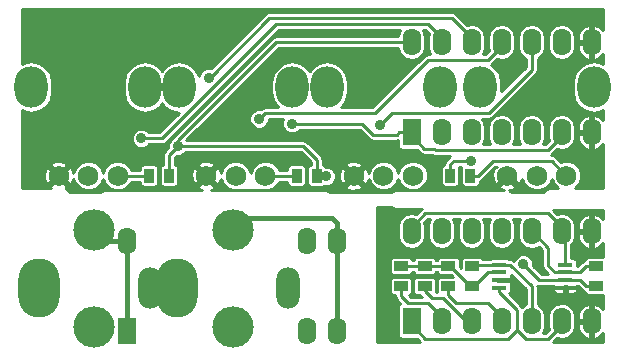
<source format=gtl>
%FSLAX46Y46*%
G04 Gerber Fmt 4.6, Leading zero omitted, Abs format (unit mm)*
G04 Created by KiCad (PCBNEW (2014-09-02 BZR 5112)-product) date 2015-04-11 10:31:41 PM*
%MOMM*%
G01*
G04 APERTURE LIST*
%ADD10C,0.100000*%
%ADD11R,1.574800X2.286000*%
%ADD12O,1.574800X2.286000*%
%ADD13R,0.812800X1.143000*%
%ADD14R,1.143000X0.812800*%
%ADD15O,2.800000X3.500000*%
%ADD16C,1.750000*%
%ADD17R,1.300480X0.299720*%
%ADD18O,3.500000X5.000000*%
%ADD19O,2.000000X3.500000*%
%ADD20O,3.500000X3.500000*%
%ADD21C,0.889000*%
%ADD22C,0.254000*%
%ADD23C,0.406400*%
G04 APERTURE END LIST*
D10*
D11*
X100330000Y-59690000D03*
D12*
X100330000Y-52070000D03*
X115570000Y-59690000D03*
X118110000Y-59690000D03*
X118110000Y-52070000D03*
X115570000Y-52070000D03*
D11*
X124380000Y-42810000D03*
D12*
X126920000Y-42810000D03*
X129460000Y-42810000D03*
X132000000Y-42810000D03*
X134540000Y-42810000D03*
X137080000Y-42810000D03*
X139620000Y-42810000D03*
X139620000Y-35190000D03*
X137080000Y-35190000D03*
X134540000Y-35190000D03*
X132000000Y-35190000D03*
X129460000Y-35190000D03*
X126920000Y-35190000D03*
X124380000Y-35190000D03*
D11*
X124380000Y-58810000D03*
D12*
X126920000Y-58810000D03*
X129460000Y-58810000D03*
X132000000Y-58810000D03*
X134540000Y-58810000D03*
X137080000Y-58810000D03*
X139620000Y-58810000D03*
X139620000Y-51190000D03*
X137080000Y-51190000D03*
X134540000Y-51190000D03*
X132000000Y-51190000D03*
X129460000Y-51190000D03*
X126920000Y-51190000D03*
X124380000Y-51190000D03*
D13*
X103850900Y-46500000D03*
X102149100Y-46500000D03*
X116350900Y-46500000D03*
X114649100Y-46500000D03*
X127649100Y-46500000D03*
X129350900Y-46500000D03*
D14*
X123500000Y-54149100D03*
X123500000Y-55850900D03*
X125500000Y-54149100D03*
X125500000Y-55850900D03*
X127500000Y-54149100D03*
X127500000Y-55850900D03*
X129500000Y-54149100D03*
X129500000Y-55850900D03*
X140000000Y-54149100D03*
X140000000Y-55850900D03*
D15*
X101800000Y-39000000D03*
X92200000Y-39000000D03*
D16*
X99500000Y-46500000D03*
X97000000Y-46500000D03*
X94500000Y-46500000D03*
D15*
X114300000Y-39000000D03*
X104700000Y-39000000D03*
D16*
X112000000Y-46500000D03*
X109500000Y-46500000D03*
X107000000Y-46500000D03*
D15*
X126800000Y-39000000D03*
X117200000Y-39000000D03*
D16*
X124500000Y-46500000D03*
X122000000Y-46500000D03*
X119500000Y-46500000D03*
D15*
X139800000Y-39000000D03*
X130200000Y-39000000D03*
D16*
X137500000Y-46500000D03*
X135000000Y-46500000D03*
X132500000Y-46500000D03*
D17*
X131806000Y-54044600D03*
X131806000Y-54679600D03*
X131806000Y-55340000D03*
X131806000Y-55975000D03*
X137394000Y-55975000D03*
X137394000Y-55327300D03*
X137394000Y-54679600D03*
X137394000Y-54031900D03*
D18*
X92800000Y-56000000D03*
D19*
X102200000Y-56000000D03*
D20*
X97500000Y-51100000D03*
X97500000Y-59300000D03*
D18*
X104550000Y-56000000D03*
D19*
X113950000Y-56000000D03*
D20*
X109250000Y-51100000D03*
X109250000Y-59300000D03*
D21*
X104600000Y-44000000D03*
X129400000Y-45229998D03*
X117158276Y-46563173D03*
X135150000Y-53000000D03*
X110246814Y-42874480D03*
X133300000Y-55950000D03*
X114562544Y-45229988D03*
X114250000Y-42100000D03*
X101500000Y-43350000D03*
X107200000Y-38200000D03*
X111480903Y-41694900D03*
X121700000Y-42200000D03*
X133850000Y-54000000D03*
D22*
X137394000Y-51504000D02*
X137080000Y-51190000D01*
X124380000Y-50834400D02*
X124380000Y-51190000D01*
X125548410Y-49665990D02*
X124380000Y-50834400D01*
X135911590Y-49665990D02*
X125548410Y-49665990D01*
X137080000Y-50834400D02*
X135911590Y-49665990D01*
X137080000Y-51190000D02*
X137080000Y-50834400D01*
X104155501Y-44444499D02*
X104600000Y-44000000D01*
X103850900Y-44749100D02*
X104155501Y-44444499D01*
X103850900Y-46500000D02*
X103850900Y-44749100D01*
X129400000Y-45229998D02*
X127970002Y-45229998D01*
X127970002Y-45229998D02*
X127649100Y-45550900D01*
X127649100Y-45550900D02*
X127649100Y-45599100D01*
X127649100Y-45599100D02*
X127649100Y-46500000D01*
X137394000Y-54031900D02*
X137394000Y-51504000D01*
X116400900Y-46450000D02*
X116350900Y-46500000D01*
X116350900Y-46500000D02*
X117095103Y-46500000D01*
X117095103Y-46500000D02*
X117158276Y-46563173D01*
X112910000Y-35190000D02*
X124380000Y-35190000D01*
X104600000Y-43500000D02*
X112910000Y-35190000D01*
X104600000Y-44000000D02*
X104600000Y-43500000D01*
X105228617Y-44000000D02*
X104600000Y-44000000D01*
X115200000Y-44000000D02*
X105228617Y-44000000D01*
X116350900Y-45150900D02*
X115200000Y-44000000D01*
X116350900Y-46500000D02*
X116350900Y-45150900D01*
X94500000Y-46500000D02*
X95756001Y-47756001D01*
X95756001Y-47756001D02*
X105743999Y-47756001D01*
X105743999Y-47756001D02*
X106125001Y-47374999D01*
X106125001Y-47374999D02*
X107000000Y-46500000D01*
X119500000Y-46500000D02*
X118243999Y-47756001D01*
X118243999Y-47756001D02*
X108256001Y-47756001D01*
X108256001Y-47756001D02*
X107874999Y-47374999D01*
X107874999Y-47374999D02*
X107000000Y-46500000D01*
X132500000Y-46500000D02*
X131243999Y-47756001D01*
X131243999Y-47756001D02*
X120756001Y-47756001D01*
X120756001Y-47756001D02*
X120374999Y-47374999D01*
X120374999Y-47374999D02*
X119500000Y-46500000D01*
X132690000Y-55340000D02*
X133300000Y-55950000D01*
X131806000Y-55340000D02*
X132690000Y-55340000D01*
X113933927Y-45229988D02*
X114562544Y-45229988D01*
X107000000Y-46500000D02*
X108270012Y-45229988D01*
X108270012Y-45229988D02*
X113933927Y-45229988D01*
X135911590Y-60334010D02*
X137080000Y-59165600D01*
X134056029Y-60334010D02*
X135911590Y-60334010D01*
X137080000Y-59165600D02*
X137080000Y-58810000D01*
X124380000Y-42810000D02*
X123338600Y-42810000D01*
X123338600Y-42810000D02*
X123123099Y-43025501D01*
X123123099Y-43025501D02*
X121125501Y-43025501D01*
X121125501Y-43025501D02*
X120200000Y-42100000D01*
X120200000Y-42100000D02*
X114250000Y-42100000D01*
X133371590Y-59649571D02*
X134056029Y-60334010D01*
X135911590Y-44334010D02*
X126436029Y-44334010D01*
X137080000Y-42810000D02*
X137080000Y-43165600D01*
X137080000Y-43165600D02*
X135911590Y-44334010D01*
X126436029Y-44334010D02*
X126309019Y-44207000D01*
X126309019Y-44207000D02*
X125421400Y-44207000D01*
X125421400Y-44207000D02*
X124380000Y-43165600D01*
X124380000Y-43165600D02*
X124380000Y-42810000D01*
X133300000Y-59577981D02*
X133371590Y-59649571D01*
X133300000Y-57872860D02*
X133300000Y-59577981D01*
X131806000Y-56378860D02*
X133300000Y-57872860D01*
X131806000Y-55975000D02*
X131806000Y-56378860D01*
X133250429Y-59649571D02*
X133371590Y-59649571D01*
X132565990Y-60334010D02*
X133250429Y-59649571D01*
X125548410Y-60334010D02*
X132565990Y-60334010D01*
X124380000Y-59165600D02*
X125548410Y-60334010D01*
X124380000Y-58810000D02*
X124380000Y-59165600D01*
X126920000Y-35190000D02*
X126920000Y-34834400D01*
X126920000Y-34834400D02*
X125743610Y-33658010D01*
X125743610Y-33658010D02*
X112910718Y-33658010D01*
X112910718Y-33658010D02*
X103218728Y-43350000D01*
X103218728Y-43350000D02*
X102128617Y-43350000D01*
X102128617Y-43350000D02*
X101500000Y-43350000D01*
X107300000Y-38200000D02*
X107200000Y-38200000D01*
X112350000Y-33150000D02*
X107300000Y-38200000D01*
X127775600Y-33150000D02*
X112350000Y-33150000D01*
X129460000Y-34834400D02*
X127775600Y-33150000D01*
X129460000Y-35190000D02*
X129460000Y-34834400D01*
X125764248Y-36714010D02*
X121278258Y-41200000D01*
X121278258Y-41200000D02*
X111975803Y-41200000D01*
X130831590Y-36714010D02*
X125764248Y-36714010D01*
X111925402Y-41250401D02*
X111480903Y-41694900D01*
X132000000Y-35545600D02*
X130831590Y-36714010D01*
X111975803Y-41200000D02*
X111925402Y-41250401D01*
X132000000Y-35190000D02*
X132000000Y-35545600D01*
X122744499Y-41155501D02*
X122144499Y-41755501D01*
X130913227Y-41155501D02*
X122744499Y-41155501D01*
X134540000Y-35190000D02*
X134540000Y-37528728D01*
X134540000Y-37528728D02*
X130913227Y-41155501D01*
X122144499Y-41755501D02*
X121700000Y-42200000D01*
X135975501Y-54165341D02*
X136489760Y-54679600D01*
X136489760Y-54679600D02*
X137394000Y-54679600D01*
X134540000Y-51190000D02*
X135975501Y-52625501D01*
X135975501Y-52625501D02*
X135975501Y-54165341D01*
X138298240Y-54679600D02*
X137394000Y-54679600D01*
X138644000Y-54679600D02*
X138298240Y-54679600D01*
X139174500Y-54149100D02*
X138644000Y-54679600D01*
X140000000Y-54149100D02*
X139174500Y-54149100D01*
X129604500Y-54044600D02*
X131806000Y-54044600D01*
X129500000Y-54149100D02*
X129604500Y-54044600D01*
X134540000Y-57413000D02*
X134540000Y-58810000D01*
X134540000Y-55874360D02*
X134540000Y-57413000D01*
X132710240Y-54044600D02*
X134540000Y-55874360D01*
X131806000Y-54044600D02*
X132710240Y-54044600D01*
X125500000Y-56300000D02*
X125500000Y-55850900D01*
X126100000Y-56900000D02*
X125500000Y-56300000D01*
X127081566Y-56900000D02*
X126100000Y-56900000D01*
X128991566Y-58810000D02*
X127081566Y-56900000D01*
X129460000Y-58810000D02*
X128991566Y-58810000D01*
X123500000Y-56700000D02*
X123500000Y-55850900D01*
X124085999Y-57285999D02*
X123500000Y-56700000D01*
X125751599Y-57285999D02*
X124085999Y-57285999D01*
X126920000Y-58454400D02*
X125751599Y-57285999D01*
X126920000Y-58810000D02*
X126920000Y-58454400D01*
X102149100Y-46500000D02*
X99500000Y-46500000D01*
X113237436Y-46500000D02*
X114649100Y-46500000D01*
X112000000Y-46500000D02*
X113237436Y-46500000D01*
X130011300Y-46500000D02*
X129350900Y-46500000D01*
X131267301Y-45243999D02*
X130011300Y-46500000D01*
X136243999Y-45243999D02*
X131267301Y-45243999D01*
X137500000Y-46500000D02*
X136243999Y-45243999D01*
X130901760Y-54679600D02*
X131806000Y-54679600D01*
X130836400Y-54679600D02*
X130901760Y-54679600D01*
X129665100Y-55850900D02*
X130836400Y-54679600D01*
X129500000Y-55850900D02*
X129665100Y-55850900D01*
X125500000Y-54149100D02*
X127500000Y-54149100D01*
X123500000Y-54149100D02*
X125500000Y-54149100D01*
X129366900Y-55850900D02*
X129500000Y-55850900D01*
X127665100Y-54149100D02*
X129366900Y-55850900D01*
X127500000Y-54149100D02*
X127665100Y-54149100D01*
X135177300Y-55327300D02*
X137394000Y-55327300D01*
X133850000Y-54000000D02*
X135177300Y-55327300D01*
X138298240Y-55327300D02*
X137394000Y-55327300D01*
X138650900Y-55327300D02*
X138298240Y-55327300D01*
X139174500Y-55850900D02*
X138650900Y-55327300D01*
X140000000Y-55850900D02*
X139174500Y-55850900D01*
X127500000Y-55850900D02*
X127500000Y-56600000D01*
X132000000Y-58454400D02*
X132000000Y-58810000D01*
X130831590Y-57285990D02*
X132000000Y-58454400D01*
X128185990Y-57285990D02*
X130831590Y-57285990D01*
X127500000Y-56600000D02*
X128185990Y-57285990D01*
D23*
X100330000Y-52070000D02*
X100330000Y-59690000D01*
X98470000Y-52070000D02*
X97500000Y-51100000D01*
X100330000Y-52070000D02*
X98470000Y-52070000D01*
D22*
X110450000Y-49900000D02*
X109250000Y-51100000D01*
D23*
X118110000Y-52070000D02*
X118110000Y-59690000D01*
X110250000Y-50100000D02*
X109250000Y-51100000D01*
X117689400Y-50100000D02*
X110250000Y-50100000D01*
X118110000Y-50520600D02*
X117689400Y-50100000D01*
X118110000Y-52070000D02*
X118110000Y-50520600D01*
D22*
G36*
X140569000Y-47569000D02*
X139493000Y-47569000D01*
X139493000Y-44231209D01*
X139493000Y-42937000D01*
X139493000Y-42683000D01*
X139493000Y-41388791D01*
X139312869Y-41327090D01*
X138883619Y-41538414D01*
X138589140Y-41889940D01*
X138451600Y-42327400D01*
X138451600Y-42683000D01*
X139493000Y-42683000D01*
X139493000Y-42937000D01*
X138451600Y-42937000D01*
X138451600Y-43292600D01*
X138589140Y-43730060D01*
X138883619Y-44081586D01*
X139312869Y-44292910D01*
X139493000Y-44231209D01*
X139493000Y-47569000D01*
X138201836Y-47569000D01*
X138210537Y-47565405D01*
X138564164Y-47212396D01*
X138755781Y-46750930D01*
X138756217Y-46251262D01*
X138565405Y-45789463D01*
X138212396Y-45435836D01*
X137750930Y-45244219D01*
X137251262Y-45243783D01*
X137046718Y-45328298D01*
X136603209Y-44884789D01*
X136438402Y-44774668D01*
X136243999Y-44735999D01*
X136206776Y-44735999D01*
X136270800Y-44693220D01*
X136679773Y-44284246D01*
X137080000Y-44363857D01*
X137527127Y-44274918D01*
X137906184Y-44021641D01*
X138159461Y-43642584D01*
X138248400Y-43195457D01*
X138248400Y-42424543D01*
X138159461Y-41977416D01*
X137906184Y-41598359D01*
X137527127Y-41345082D01*
X137080000Y-41256143D01*
X136632873Y-41345082D01*
X136253816Y-41598359D01*
X136000539Y-41977416D01*
X135911600Y-42424543D01*
X135911600Y-43195457D01*
X135981302Y-43545877D01*
X135701170Y-43826010D01*
X135496900Y-43826010D01*
X135619461Y-43642584D01*
X135708400Y-43195457D01*
X135708400Y-42424543D01*
X135619461Y-41977416D01*
X135366184Y-41598359D01*
X134987127Y-41345082D01*
X134540000Y-41256143D01*
X134092873Y-41345082D01*
X133713816Y-41598359D01*
X133460539Y-41977416D01*
X133371600Y-42424543D01*
X133371600Y-43195457D01*
X133460539Y-43642584D01*
X133583099Y-43826010D01*
X132956900Y-43826010D01*
X133079461Y-43642584D01*
X133168400Y-43195457D01*
X133168400Y-42424543D01*
X133079461Y-41977416D01*
X132826184Y-41598359D01*
X132447127Y-41345082D01*
X132000000Y-41256143D01*
X131552873Y-41345082D01*
X131173816Y-41598359D01*
X130920539Y-41977416D01*
X130831600Y-42424543D01*
X130831600Y-43195457D01*
X130920539Y-43642584D01*
X131043099Y-43826010D01*
X130416900Y-43826010D01*
X130539461Y-43642584D01*
X130628400Y-43195457D01*
X130628400Y-42424543D01*
X130539461Y-41977416D01*
X130329710Y-41663501D01*
X130913227Y-41663501D01*
X131107630Y-41624832D01*
X131272437Y-41514711D01*
X134899210Y-37887938D01*
X134899211Y-37887938D01*
X135009331Y-37723131D01*
X135048000Y-37528728D01*
X135048000Y-36614244D01*
X135366184Y-36401641D01*
X135619461Y-36022584D01*
X135708400Y-35575457D01*
X135708400Y-34804543D01*
X135619461Y-34357416D01*
X135366184Y-33978359D01*
X134987127Y-33725082D01*
X134540000Y-33636143D01*
X134092873Y-33725082D01*
X133713816Y-33978359D01*
X133460539Y-34357416D01*
X133371600Y-34804543D01*
X133371600Y-35575457D01*
X133460539Y-36022584D01*
X133713816Y-36401641D01*
X134032000Y-36614244D01*
X134032000Y-37318307D01*
X131981000Y-39369307D01*
X131981000Y-38608251D01*
X131845429Y-37926692D01*
X131459357Y-37348894D01*
X131118790Y-37121335D01*
X131190800Y-37073220D01*
X131599773Y-36664246D01*
X132000000Y-36743857D01*
X132447127Y-36654918D01*
X132826184Y-36401641D01*
X133079461Y-36022584D01*
X133168400Y-35575457D01*
X133168400Y-34804543D01*
X133079461Y-34357416D01*
X132826184Y-33978359D01*
X132447127Y-33725082D01*
X132000000Y-33636143D01*
X131552873Y-33725082D01*
X131173816Y-33978359D01*
X130920539Y-34357416D01*
X130831600Y-34804543D01*
X130831600Y-35575457D01*
X130901302Y-35925877D01*
X130621169Y-36206010D01*
X130416900Y-36206010D01*
X130539461Y-36022584D01*
X130628400Y-35575457D01*
X130628400Y-34804543D01*
X130539461Y-34357416D01*
X130286184Y-33978359D01*
X129907127Y-33725082D01*
X129460000Y-33636143D01*
X129059773Y-33715753D01*
X128134810Y-32790790D01*
X127970003Y-32680669D01*
X127775600Y-32642000D01*
X112350000Y-32642000D01*
X112155597Y-32680669D01*
X112100910Y-32717209D01*
X111990789Y-32790790D01*
X107394609Y-37386970D01*
X107364923Y-37374643D01*
X107036518Y-37374357D01*
X106733002Y-37499767D01*
X106500583Y-37731781D01*
X106374643Y-38035077D01*
X106374609Y-38073392D01*
X106345429Y-37926692D01*
X105959357Y-37348894D01*
X105381559Y-36962822D01*
X104700000Y-36827251D01*
X104018441Y-36962822D01*
X103440643Y-37348894D01*
X103250000Y-37634211D01*
X103059357Y-37348894D01*
X102481559Y-36962822D01*
X101800000Y-36827251D01*
X101118441Y-36962822D01*
X100540643Y-37348894D01*
X100154571Y-37926692D01*
X100019000Y-38608251D01*
X100019000Y-39391749D01*
X100154571Y-40073308D01*
X100540643Y-40651106D01*
X101118441Y-41037178D01*
X101800000Y-41172749D01*
X102481559Y-41037178D01*
X103059357Y-40651106D01*
X103250000Y-40365788D01*
X103440643Y-40651106D01*
X104018441Y-41037178D01*
X104681282Y-41169025D01*
X103008308Y-42842000D01*
X102159302Y-42842000D01*
X101968219Y-42650583D01*
X101664923Y-42524643D01*
X101336518Y-42524357D01*
X101033002Y-42649767D01*
X100800583Y-42881781D01*
X100674643Y-43185077D01*
X100674357Y-43513482D01*
X100799767Y-43816998D01*
X101031781Y-44049417D01*
X101335077Y-44175357D01*
X101663482Y-44175643D01*
X101966998Y-44050233D01*
X102159566Y-43858000D01*
X103218728Y-43858000D01*
X103413131Y-43819331D01*
X103577938Y-43709210D01*
X113121138Y-34166010D01*
X123428432Y-34166010D01*
X123300539Y-34357416D01*
X123235975Y-34682000D01*
X112910000Y-34682000D01*
X112715597Y-34720669D01*
X112550790Y-34830790D01*
X104240790Y-43140790D01*
X104135160Y-43298875D01*
X104133002Y-43299767D01*
X103900583Y-43531781D01*
X103774643Y-43835077D01*
X103774406Y-44107173D01*
X103491690Y-44389890D01*
X103381569Y-44554697D01*
X103342900Y-44749100D01*
X103342900Y-45558192D01*
X103228680Y-45605504D01*
X103121504Y-45712681D01*
X103063500Y-45852715D01*
X103063500Y-46004286D01*
X103063500Y-47147286D01*
X103121504Y-47287320D01*
X103228681Y-47394496D01*
X103368715Y-47452500D01*
X103520286Y-47452500D01*
X104333086Y-47452500D01*
X104473120Y-47394496D01*
X104580296Y-47287319D01*
X104638300Y-47147285D01*
X104638300Y-46995714D01*
X104638300Y-45852714D01*
X104580296Y-45712680D01*
X104473119Y-45605504D01*
X104358900Y-45558192D01*
X104358900Y-44959520D01*
X104493012Y-44825407D01*
X104763482Y-44825643D01*
X105066998Y-44700233D01*
X105259566Y-44508000D01*
X114989579Y-44508000D01*
X115842900Y-45361320D01*
X115842900Y-45558192D01*
X115728680Y-45605504D01*
X115621504Y-45712681D01*
X115563500Y-45852715D01*
X115563500Y-46004286D01*
X115563500Y-47147286D01*
X115621504Y-47287320D01*
X115728681Y-47394496D01*
X115868715Y-47452500D01*
X116020286Y-47452500D01*
X116833086Y-47452500D01*
X116973120Y-47394496D01*
X116983271Y-47384343D01*
X116993353Y-47388530D01*
X117321758Y-47388816D01*
X117625274Y-47263406D01*
X117857693Y-47031392D01*
X117983633Y-46728096D01*
X117983919Y-46399691D01*
X117858509Y-46096175D01*
X117626495Y-45863756D01*
X117323199Y-45737816D01*
X117090623Y-45737613D01*
X117080296Y-45712680D01*
X116973119Y-45605504D01*
X116858900Y-45558192D01*
X116858900Y-45150900D01*
X116826646Y-44988749D01*
X116820231Y-44956497D01*
X116820231Y-44956496D01*
X116710110Y-44791690D01*
X116710110Y-44791689D01*
X115559210Y-43640790D01*
X115394403Y-43530669D01*
X115200000Y-43492000D01*
X105326420Y-43492000D01*
X113120419Y-35698000D01*
X123235975Y-35698000D01*
X123300539Y-36022584D01*
X123553816Y-36401641D01*
X123932873Y-36654918D01*
X124380000Y-36743857D01*
X124827127Y-36654918D01*
X125206184Y-36401641D01*
X125459461Y-36022584D01*
X125548400Y-35575457D01*
X125548400Y-34804543D01*
X125459461Y-34357416D01*
X125331567Y-34166010D01*
X125533190Y-34166010D01*
X125821302Y-34454122D01*
X125751600Y-34804543D01*
X125751600Y-35575457D01*
X125840539Y-36022584D01*
X125963099Y-36206010D01*
X125764248Y-36206010D01*
X125569845Y-36244679D01*
X125405038Y-36354800D01*
X121067837Y-40692000D01*
X118398154Y-40692000D01*
X118459357Y-40651106D01*
X118845429Y-40073308D01*
X118981000Y-39391749D01*
X118981000Y-38608251D01*
X118845429Y-37926692D01*
X118459357Y-37348894D01*
X117881559Y-36962822D01*
X117200000Y-36827251D01*
X116518441Y-36962822D01*
X115940643Y-37348894D01*
X115750000Y-37634211D01*
X115559357Y-37348894D01*
X114981559Y-36962822D01*
X114300000Y-36827251D01*
X113618441Y-36962822D01*
X113040643Y-37348894D01*
X112654571Y-37926692D01*
X112519000Y-38608251D01*
X112519000Y-39391749D01*
X112654571Y-40073308D01*
X113040643Y-40651106D01*
X113101845Y-40692000D01*
X111975803Y-40692000D01*
X111781400Y-40730669D01*
X111616593Y-40840790D01*
X111587890Y-40869492D01*
X111317421Y-40869257D01*
X111013905Y-40994667D01*
X110781486Y-41226681D01*
X110655546Y-41529977D01*
X110655260Y-41858382D01*
X110780670Y-42161898D01*
X111012684Y-42394317D01*
X111315980Y-42520257D01*
X111644385Y-42520543D01*
X111947901Y-42395133D01*
X112180320Y-42163119D01*
X112306260Y-41859823D01*
X112306392Y-41708000D01*
X113518933Y-41708000D01*
X113424643Y-41935077D01*
X113424357Y-42263482D01*
X113549767Y-42566998D01*
X113781781Y-42799417D01*
X114085077Y-42925357D01*
X114413482Y-42925643D01*
X114716998Y-42800233D01*
X114909566Y-42608000D01*
X119989579Y-42608000D01*
X120766291Y-43384711D01*
X120931098Y-43494832D01*
X121125501Y-43533501D01*
X123123099Y-43533501D01*
X123211600Y-43515897D01*
X123211600Y-44028786D01*
X123269604Y-44168820D01*
X123376781Y-44275996D01*
X123516815Y-44334000D01*
X123668386Y-44334000D01*
X124829980Y-44334000D01*
X125062190Y-44566210D01*
X125226997Y-44676331D01*
X125421400Y-44715000D01*
X126109414Y-44715000D01*
X126241625Y-44803341D01*
X126241626Y-44803341D01*
X126273878Y-44809756D01*
X126436029Y-44842010D01*
X127653861Y-44842010D01*
X127610792Y-44870788D01*
X127289890Y-45191690D01*
X127179769Y-45356497D01*
X127141100Y-45550900D01*
X127141100Y-45558192D01*
X127026880Y-45605504D01*
X126919704Y-45712681D01*
X126861700Y-45852715D01*
X126861700Y-46004286D01*
X126861700Y-47147286D01*
X126919704Y-47287320D01*
X127026881Y-47394496D01*
X127166915Y-47452500D01*
X127318486Y-47452500D01*
X128131286Y-47452500D01*
X128271320Y-47394496D01*
X128378496Y-47287319D01*
X128436500Y-47147285D01*
X128436500Y-46995714D01*
X128436500Y-45852714D01*
X128388983Y-45737998D01*
X128611017Y-45737998D01*
X128563500Y-45852715D01*
X128563500Y-46004286D01*
X128563500Y-47147286D01*
X128621504Y-47287320D01*
X128728681Y-47394496D01*
X128868715Y-47452500D01*
X129020286Y-47452500D01*
X129833086Y-47452500D01*
X129973120Y-47394496D01*
X130080296Y-47287319D01*
X130138300Y-47147285D01*
X130138300Y-46995714D01*
X130138300Y-46982738D01*
X130205703Y-46969331D01*
X130370510Y-46859210D01*
X131477721Y-45751999D01*
X131572391Y-45751999D01*
X131576847Y-45756455D01*
X131394427Y-45853735D01*
X131231268Y-46326014D01*
X131261263Y-46824781D01*
X131394427Y-47146265D01*
X131576849Y-47243546D01*
X132320395Y-46500000D01*
X132306252Y-46485857D01*
X132485857Y-46306252D01*
X132500000Y-46320395D01*
X132514142Y-46306252D01*
X132693747Y-46485857D01*
X132679605Y-46500000D01*
X133423151Y-47243546D01*
X133605573Y-47146265D01*
X133743785Y-46746196D01*
X133743783Y-46748738D01*
X133934595Y-47210537D01*
X134287604Y-47564164D01*
X134749070Y-47755781D01*
X135248738Y-47756217D01*
X135710537Y-47565405D01*
X136064164Y-47212396D01*
X136250221Y-46764319D01*
X136434595Y-47210537D01*
X136787604Y-47564164D01*
X136799250Y-47569000D01*
X136000000Y-47569000D01*
X135835063Y-47601808D01*
X135695237Y-47695237D01*
X135601808Y-47835063D01*
X135595041Y-47869082D01*
X135375037Y-47868891D01*
X135365092Y-47873000D01*
X134635432Y-47873000D01*
X134626064Y-47869110D01*
X134375037Y-47868891D01*
X134365092Y-47873000D01*
X133635432Y-47873000D01*
X133626064Y-47869110D01*
X133375037Y-47868891D01*
X133365092Y-47873000D01*
X132895799Y-47873000D01*
X132754296Y-47778450D01*
X132617356Y-47751211D01*
X132824781Y-47738737D01*
X133146265Y-47605573D01*
X133243546Y-47423151D01*
X132500000Y-46679605D01*
X132320395Y-46859210D01*
X131756454Y-47423151D01*
X131853735Y-47605573D01*
X132182060Y-47719000D01*
X124838809Y-47719000D01*
X125210537Y-47565405D01*
X125564164Y-47212396D01*
X125755781Y-46750930D01*
X125756217Y-46251262D01*
X125565405Y-45789463D01*
X125212396Y-45435836D01*
X124750930Y-45244219D01*
X124251262Y-45243783D01*
X123789463Y-45434595D01*
X123435836Y-45787604D01*
X123249778Y-46235680D01*
X123065405Y-45789463D01*
X122712396Y-45435836D01*
X122250930Y-45244219D01*
X121751262Y-45243783D01*
X121289463Y-45434595D01*
X120935836Y-45787604D01*
X120744219Y-46249070D01*
X120744204Y-46266128D01*
X120738737Y-46175219D01*
X120605573Y-45853735D01*
X120423151Y-45756454D01*
X120243546Y-45936059D01*
X120243546Y-45576849D01*
X120146265Y-45394427D01*
X119673986Y-45231268D01*
X119175219Y-45261263D01*
X118853735Y-45394427D01*
X118756454Y-45576849D01*
X119500000Y-46320395D01*
X120243546Y-45576849D01*
X120243546Y-45936059D01*
X119679605Y-46500000D01*
X120423151Y-47243546D01*
X120605573Y-47146265D01*
X120743785Y-46746196D01*
X120743783Y-46748738D01*
X120934595Y-47210537D01*
X121287604Y-47564164D01*
X121749070Y-47755781D01*
X122248738Y-47756217D01*
X122710537Y-47565405D01*
X123064164Y-47212396D01*
X123250221Y-46764319D01*
X123434595Y-47210537D01*
X123787604Y-47564164D01*
X124160491Y-47719000D01*
X123044580Y-47719000D01*
X122745704Y-47778450D01*
X122604200Y-47873000D01*
X122135432Y-47873000D01*
X122126064Y-47869110D01*
X121875037Y-47868891D01*
X121865092Y-47873000D01*
X121135432Y-47873000D01*
X121126064Y-47869110D01*
X120875037Y-47868891D01*
X120865092Y-47873000D01*
X120243546Y-47873000D01*
X120243546Y-47423151D01*
X119500000Y-46679605D01*
X119320395Y-46859210D01*
X119320395Y-46500000D01*
X118576849Y-45756454D01*
X118394427Y-45853735D01*
X118231268Y-46326014D01*
X118261263Y-46824781D01*
X118394427Y-47146265D01*
X118576849Y-47243546D01*
X119320395Y-46500000D01*
X119320395Y-46859210D01*
X118756454Y-47423151D01*
X118853735Y-47605573D01*
X119326014Y-47768732D01*
X119824781Y-47738737D01*
X120146265Y-47605573D01*
X120243546Y-47423151D01*
X120243546Y-47873000D01*
X120135432Y-47873000D01*
X120126064Y-47869110D01*
X119875037Y-47868891D01*
X119865092Y-47873000D01*
X119135432Y-47873000D01*
X119126064Y-47869110D01*
X118875037Y-47868891D01*
X118865092Y-47873000D01*
X118135432Y-47873000D01*
X118126064Y-47869110D01*
X117875037Y-47868891D01*
X117865092Y-47873000D01*
X117483959Y-47873000D01*
X117342456Y-47778450D01*
X117043580Y-47719000D01*
X112338809Y-47719000D01*
X112710537Y-47565405D01*
X113064164Y-47212396D01*
X113149036Y-47008000D01*
X113237436Y-47008000D01*
X113861700Y-47008000D01*
X113861700Y-47147286D01*
X113919704Y-47287320D01*
X114026881Y-47394496D01*
X114166915Y-47452500D01*
X114318486Y-47452500D01*
X115131286Y-47452500D01*
X115271320Y-47394496D01*
X115378496Y-47287319D01*
X115436500Y-47147285D01*
X115436500Y-46995714D01*
X115436500Y-45852714D01*
X115378496Y-45712680D01*
X115271319Y-45605504D01*
X115131285Y-45547500D01*
X114979714Y-45547500D01*
X114166914Y-45547500D01*
X114026880Y-45605504D01*
X113919704Y-45712681D01*
X113861700Y-45852715D01*
X113861700Y-45992000D01*
X113237436Y-45992000D01*
X113149091Y-45992000D01*
X113065405Y-45789463D01*
X112712396Y-45435836D01*
X112250930Y-45244219D01*
X111751262Y-45243783D01*
X111289463Y-45434595D01*
X110935836Y-45787604D01*
X110749778Y-46235680D01*
X110565405Y-45789463D01*
X110212396Y-45435836D01*
X109750930Y-45244219D01*
X109251262Y-45243783D01*
X108789463Y-45434595D01*
X108435836Y-45787604D01*
X108244219Y-46249070D01*
X108244204Y-46266128D01*
X108238737Y-46175219D01*
X108105573Y-45853735D01*
X107923151Y-45756454D01*
X107743546Y-45936059D01*
X107743546Y-45576849D01*
X107646265Y-45394427D01*
X107173986Y-45231268D01*
X106675219Y-45261263D01*
X106353735Y-45394427D01*
X106256454Y-45576849D01*
X107000000Y-46320395D01*
X107743546Y-45576849D01*
X107743546Y-45936059D01*
X107179605Y-46500000D01*
X107923151Y-47243546D01*
X108105573Y-47146265D01*
X108243785Y-46746196D01*
X108243783Y-46748738D01*
X108434595Y-47210537D01*
X108787604Y-47564164D01*
X109160491Y-47719000D01*
X107372429Y-47719000D01*
X107646265Y-47605573D01*
X107743546Y-47423151D01*
X107000000Y-46679605D01*
X106820395Y-46859210D01*
X106820395Y-46500000D01*
X106076849Y-45756454D01*
X105894427Y-45853735D01*
X105731268Y-46326014D01*
X105761263Y-46824781D01*
X105894427Y-47146265D01*
X106076849Y-47243546D01*
X106820395Y-46500000D01*
X106820395Y-46859210D01*
X106256454Y-47423151D01*
X106353735Y-47605573D01*
X106682060Y-47719000D01*
X99838809Y-47719000D01*
X100210537Y-47565405D01*
X100564164Y-47212396D01*
X100649036Y-47008000D01*
X101361700Y-47008000D01*
X101361700Y-47147286D01*
X101419704Y-47287320D01*
X101526881Y-47394496D01*
X101666915Y-47452500D01*
X101818486Y-47452500D01*
X102631286Y-47452500D01*
X102771320Y-47394496D01*
X102878496Y-47287319D01*
X102936500Y-47147285D01*
X102936500Y-46995714D01*
X102936500Y-45852714D01*
X102878496Y-45712680D01*
X102771319Y-45605504D01*
X102631285Y-45547500D01*
X102479714Y-45547500D01*
X101666914Y-45547500D01*
X101526880Y-45605504D01*
X101419704Y-45712681D01*
X101361700Y-45852715D01*
X101361700Y-45992000D01*
X100649091Y-45992000D01*
X100565405Y-45789463D01*
X100212396Y-45435836D01*
X99750930Y-45244219D01*
X99251262Y-45243783D01*
X98789463Y-45434595D01*
X98435836Y-45787604D01*
X98249778Y-46235680D01*
X98065405Y-45789463D01*
X97712396Y-45435836D01*
X97250930Y-45244219D01*
X96751262Y-45243783D01*
X96289463Y-45434595D01*
X95935836Y-45787604D01*
X95744219Y-46249070D01*
X95744204Y-46266128D01*
X95738737Y-46175219D01*
X95605573Y-45853735D01*
X95423151Y-45756454D01*
X95243546Y-45936059D01*
X95243546Y-45576849D01*
X95146265Y-45394427D01*
X94673986Y-45231268D01*
X94175219Y-45261263D01*
X93853735Y-45394427D01*
X93756454Y-45576849D01*
X94500000Y-46320395D01*
X95243546Y-45576849D01*
X95243546Y-45936059D01*
X94679605Y-46500000D01*
X95423151Y-47243546D01*
X95605573Y-47146265D01*
X95743785Y-46746196D01*
X95743783Y-46748738D01*
X95934595Y-47210537D01*
X96287604Y-47564164D01*
X96749070Y-47755781D01*
X97248738Y-47756217D01*
X97710537Y-47565405D01*
X98064164Y-47212396D01*
X98250221Y-46764319D01*
X98434595Y-47210537D01*
X98787604Y-47564164D01*
X99160491Y-47719000D01*
X98456420Y-47719000D01*
X98157544Y-47778450D01*
X98016040Y-47873000D01*
X97635432Y-47873000D01*
X97626064Y-47869110D01*
X97375037Y-47868891D01*
X97365092Y-47873000D01*
X96635432Y-47873000D01*
X96626064Y-47869110D01*
X96375037Y-47868891D01*
X96365092Y-47873000D01*
X95635432Y-47873000D01*
X95626064Y-47869110D01*
X95404925Y-47868917D01*
X95398192Y-47835063D01*
X95304763Y-47695237D01*
X95164937Y-47601808D01*
X95149870Y-47598811D01*
X95243546Y-47423151D01*
X94500000Y-46679605D01*
X94320395Y-46859210D01*
X94320395Y-46500000D01*
X93576849Y-45756454D01*
X93394427Y-45853735D01*
X93231268Y-46326014D01*
X93261263Y-46824781D01*
X93394427Y-47146265D01*
X93576849Y-47243546D01*
X94320395Y-46500000D01*
X94320395Y-46859210D01*
X93756454Y-47423151D01*
X93834231Y-47569000D01*
X91431000Y-47569000D01*
X91431000Y-40978751D01*
X91518441Y-41037178D01*
X92200000Y-41172749D01*
X92881559Y-41037178D01*
X93459357Y-40651106D01*
X93845429Y-40073308D01*
X93981000Y-39391749D01*
X93981000Y-38608251D01*
X93845429Y-37926692D01*
X93459357Y-37348894D01*
X92881559Y-36962822D01*
X92200000Y-36827251D01*
X91518441Y-36962822D01*
X91431000Y-37021248D01*
X91431000Y-32431000D01*
X140569000Y-32431000D01*
X140569000Y-34172221D01*
X140356381Y-33918414D01*
X139927131Y-33707090D01*
X139747000Y-33768791D01*
X139747000Y-35063000D01*
X139767000Y-35063000D01*
X139767000Y-35317000D01*
X139747000Y-35317000D01*
X139747000Y-36611209D01*
X139927131Y-36672910D01*
X140356381Y-36461586D01*
X140569000Y-36207778D01*
X140569000Y-37021248D01*
X140481559Y-36962822D01*
X139800000Y-36827251D01*
X139493000Y-36888317D01*
X139493000Y-36611209D01*
X139493000Y-35317000D01*
X139493000Y-35063000D01*
X139493000Y-33768791D01*
X139312869Y-33707090D01*
X138883619Y-33918414D01*
X138589140Y-34269940D01*
X138451600Y-34707400D01*
X138451600Y-35063000D01*
X139493000Y-35063000D01*
X139493000Y-35317000D01*
X138451600Y-35317000D01*
X138451600Y-35672600D01*
X138589140Y-36110060D01*
X138883619Y-36461586D01*
X139312869Y-36672910D01*
X139493000Y-36611209D01*
X139493000Y-36888317D01*
X139118441Y-36962822D01*
X138540643Y-37348894D01*
X138248400Y-37786266D01*
X138248400Y-35575457D01*
X138248400Y-34804543D01*
X138159461Y-34357416D01*
X137906184Y-33978359D01*
X137527127Y-33725082D01*
X137080000Y-33636143D01*
X136632873Y-33725082D01*
X136253816Y-33978359D01*
X136000539Y-34357416D01*
X135911600Y-34804543D01*
X135911600Y-35575457D01*
X136000539Y-36022584D01*
X136253816Y-36401641D01*
X136632873Y-36654918D01*
X137080000Y-36743857D01*
X137527127Y-36654918D01*
X137906184Y-36401641D01*
X138159461Y-36022584D01*
X138248400Y-35575457D01*
X138248400Y-37786266D01*
X138154571Y-37926692D01*
X138019000Y-38608251D01*
X138019000Y-39391749D01*
X138154571Y-40073308D01*
X138540643Y-40651106D01*
X139118441Y-41037178D01*
X139800000Y-41172749D01*
X140481559Y-41037178D01*
X140569000Y-40978751D01*
X140569000Y-41792221D01*
X140356381Y-41538414D01*
X139927131Y-41327090D01*
X139747000Y-41388791D01*
X139747000Y-42683000D01*
X139767000Y-42683000D01*
X139767000Y-42937000D01*
X139747000Y-42937000D01*
X139747000Y-44231209D01*
X139927131Y-44292910D01*
X140356381Y-44081586D01*
X140569000Y-43827778D01*
X140569000Y-47569000D01*
X140569000Y-47569000D01*
G37*
X140569000Y-47569000D02*
X139493000Y-47569000D01*
X139493000Y-44231209D01*
X139493000Y-42937000D01*
X139493000Y-42683000D01*
X139493000Y-41388791D01*
X139312869Y-41327090D01*
X138883619Y-41538414D01*
X138589140Y-41889940D01*
X138451600Y-42327400D01*
X138451600Y-42683000D01*
X139493000Y-42683000D01*
X139493000Y-42937000D01*
X138451600Y-42937000D01*
X138451600Y-43292600D01*
X138589140Y-43730060D01*
X138883619Y-44081586D01*
X139312869Y-44292910D01*
X139493000Y-44231209D01*
X139493000Y-47569000D01*
X138201836Y-47569000D01*
X138210537Y-47565405D01*
X138564164Y-47212396D01*
X138755781Y-46750930D01*
X138756217Y-46251262D01*
X138565405Y-45789463D01*
X138212396Y-45435836D01*
X137750930Y-45244219D01*
X137251262Y-45243783D01*
X137046718Y-45328298D01*
X136603209Y-44884789D01*
X136438402Y-44774668D01*
X136243999Y-44735999D01*
X136206776Y-44735999D01*
X136270800Y-44693220D01*
X136679773Y-44284246D01*
X137080000Y-44363857D01*
X137527127Y-44274918D01*
X137906184Y-44021641D01*
X138159461Y-43642584D01*
X138248400Y-43195457D01*
X138248400Y-42424543D01*
X138159461Y-41977416D01*
X137906184Y-41598359D01*
X137527127Y-41345082D01*
X137080000Y-41256143D01*
X136632873Y-41345082D01*
X136253816Y-41598359D01*
X136000539Y-41977416D01*
X135911600Y-42424543D01*
X135911600Y-43195457D01*
X135981302Y-43545877D01*
X135701170Y-43826010D01*
X135496900Y-43826010D01*
X135619461Y-43642584D01*
X135708400Y-43195457D01*
X135708400Y-42424543D01*
X135619461Y-41977416D01*
X135366184Y-41598359D01*
X134987127Y-41345082D01*
X134540000Y-41256143D01*
X134092873Y-41345082D01*
X133713816Y-41598359D01*
X133460539Y-41977416D01*
X133371600Y-42424543D01*
X133371600Y-43195457D01*
X133460539Y-43642584D01*
X133583099Y-43826010D01*
X132956900Y-43826010D01*
X133079461Y-43642584D01*
X133168400Y-43195457D01*
X133168400Y-42424543D01*
X133079461Y-41977416D01*
X132826184Y-41598359D01*
X132447127Y-41345082D01*
X132000000Y-41256143D01*
X131552873Y-41345082D01*
X131173816Y-41598359D01*
X130920539Y-41977416D01*
X130831600Y-42424543D01*
X130831600Y-43195457D01*
X130920539Y-43642584D01*
X131043099Y-43826010D01*
X130416900Y-43826010D01*
X130539461Y-43642584D01*
X130628400Y-43195457D01*
X130628400Y-42424543D01*
X130539461Y-41977416D01*
X130329710Y-41663501D01*
X130913227Y-41663501D01*
X131107630Y-41624832D01*
X131272437Y-41514711D01*
X134899210Y-37887938D01*
X134899211Y-37887938D01*
X135009331Y-37723131D01*
X135048000Y-37528728D01*
X135048000Y-36614244D01*
X135366184Y-36401641D01*
X135619461Y-36022584D01*
X135708400Y-35575457D01*
X135708400Y-34804543D01*
X135619461Y-34357416D01*
X135366184Y-33978359D01*
X134987127Y-33725082D01*
X134540000Y-33636143D01*
X134092873Y-33725082D01*
X133713816Y-33978359D01*
X133460539Y-34357416D01*
X133371600Y-34804543D01*
X133371600Y-35575457D01*
X133460539Y-36022584D01*
X133713816Y-36401641D01*
X134032000Y-36614244D01*
X134032000Y-37318307D01*
X131981000Y-39369307D01*
X131981000Y-38608251D01*
X131845429Y-37926692D01*
X131459357Y-37348894D01*
X131118790Y-37121335D01*
X131190800Y-37073220D01*
X131599773Y-36664246D01*
X132000000Y-36743857D01*
X132447127Y-36654918D01*
X132826184Y-36401641D01*
X133079461Y-36022584D01*
X133168400Y-35575457D01*
X133168400Y-34804543D01*
X133079461Y-34357416D01*
X132826184Y-33978359D01*
X132447127Y-33725082D01*
X132000000Y-33636143D01*
X131552873Y-33725082D01*
X131173816Y-33978359D01*
X130920539Y-34357416D01*
X130831600Y-34804543D01*
X130831600Y-35575457D01*
X130901302Y-35925877D01*
X130621169Y-36206010D01*
X130416900Y-36206010D01*
X130539461Y-36022584D01*
X130628400Y-35575457D01*
X130628400Y-34804543D01*
X130539461Y-34357416D01*
X130286184Y-33978359D01*
X129907127Y-33725082D01*
X129460000Y-33636143D01*
X129059773Y-33715753D01*
X128134810Y-32790790D01*
X127970003Y-32680669D01*
X127775600Y-32642000D01*
X112350000Y-32642000D01*
X112155597Y-32680669D01*
X112100910Y-32717209D01*
X111990789Y-32790790D01*
X107394609Y-37386970D01*
X107364923Y-37374643D01*
X107036518Y-37374357D01*
X106733002Y-37499767D01*
X106500583Y-37731781D01*
X106374643Y-38035077D01*
X106374609Y-38073392D01*
X106345429Y-37926692D01*
X105959357Y-37348894D01*
X105381559Y-36962822D01*
X104700000Y-36827251D01*
X104018441Y-36962822D01*
X103440643Y-37348894D01*
X103250000Y-37634211D01*
X103059357Y-37348894D01*
X102481559Y-36962822D01*
X101800000Y-36827251D01*
X101118441Y-36962822D01*
X100540643Y-37348894D01*
X100154571Y-37926692D01*
X100019000Y-38608251D01*
X100019000Y-39391749D01*
X100154571Y-40073308D01*
X100540643Y-40651106D01*
X101118441Y-41037178D01*
X101800000Y-41172749D01*
X102481559Y-41037178D01*
X103059357Y-40651106D01*
X103250000Y-40365788D01*
X103440643Y-40651106D01*
X104018441Y-41037178D01*
X104681282Y-41169025D01*
X103008308Y-42842000D01*
X102159302Y-42842000D01*
X101968219Y-42650583D01*
X101664923Y-42524643D01*
X101336518Y-42524357D01*
X101033002Y-42649767D01*
X100800583Y-42881781D01*
X100674643Y-43185077D01*
X100674357Y-43513482D01*
X100799767Y-43816998D01*
X101031781Y-44049417D01*
X101335077Y-44175357D01*
X101663482Y-44175643D01*
X101966998Y-44050233D01*
X102159566Y-43858000D01*
X103218728Y-43858000D01*
X103413131Y-43819331D01*
X103577938Y-43709210D01*
X113121138Y-34166010D01*
X123428432Y-34166010D01*
X123300539Y-34357416D01*
X123235975Y-34682000D01*
X112910000Y-34682000D01*
X112715597Y-34720669D01*
X112550790Y-34830790D01*
X104240790Y-43140790D01*
X104135160Y-43298875D01*
X104133002Y-43299767D01*
X103900583Y-43531781D01*
X103774643Y-43835077D01*
X103774406Y-44107173D01*
X103491690Y-44389890D01*
X103381569Y-44554697D01*
X103342900Y-44749100D01*
X103342900Y-45558192D01*
X103228680Y-45605504D01*
X103121504Y-45712681D01*
X103063500Y-45852715D01*
X103063500Y-46004286D01*
X103063500Y-47147286D01*
X103121504Y-47287320D01*
X103228681Y-47394496D01*
X103368715Y-47452500D01*
X103520286Y-47452500D01*
X104333086Y-47452500D01*
X104473120Y-47394496D01*
X104580296Y-47287319D01*
X104638300Y-47147285D01*
X104638300Y-46995714D01*
X104638300Y-45852714D01*
X104580296Y-45712680D01*
X104473119Y-45605504D01*
X104358900Y-45558192D01*
X104358900Y-44959520D01*
X104493012Y-44825407D01*
X104763482Y-44825643D01*
X105066998Y-44700233D01*
X105259566Y-44508000D01*
X114989579Y-44508000D01*
X115842900Y-45361320D01*
X115842900Y-45558192D01*
X115728680Y-45605504D01*
X115621504Y-45712681D01*
X115563500Y-45852715D01*
X115563500Y-46004286D01*
X115563500Y-47147286D01*
X115621504Y-47287320D01*
X115728681Y-47394496D01*
X115868715Y-47452500D01*
X116020286Y-47452500D01*
X116833086Y-47452500D01*
X116973120Y-47394496D01*
X116983271Y-47384343D01*
X116993353Y-47388530D01*
X117321758Y-47388816D01*
X117625274Y-47263406D01*
X117857693Y-47031392D01*
X117983633Y-46728096D01*
X117983919Y-46399691D01*
X117858509Y-46096175D01*
X117626495Y-45863756D01*
X117323199Y-45737816D01*
X117090623Y-45737613D01*
X117080296Y-45712680D01*
X116973119Y-45605504D01*
X116858900Y-45558192D01*
X116858900Y-45150900D01*
X116826646Y-44988749D01*
X116820231Y-44956497D01*
X116820231Y-44956496D01*
X116710110Y-44791690D01*
X116710110Y-44791689D01*
X115559210Y-43640790D01*
X115394403Y-43530669D01*
X115200000Y-43492000D01*
X105326420Y-43492000D01*
X113120419Y-35698000D01*
X123235975Y-35698000D01*
X123300539Y-36022584D01*
X123553816Y-36401641D01*
X123932873Y-36654918D01*
X124380000Y-36743857D01*
X124827127Y-36654918D01*
X125206184Y-36401641D01*
X125459461Y-36022584D01*
X125548400Y-35575457D01*
X125548400Y-34804543D01*
X125459461Y-34357416D01*
X125331567Y-34166010D01*
X125533190Y-34166010D01*
X125821302Y-34454122D01*
X125751600Y-34804543D01*
X125751600Y-35575457D01*
X125840539Y-36022584D01*
X125963099Y-36206010D01*
X125764248Y-36206010D01*
X125569845Y-36244679D01*
X125405038Y-36354800D01*
X121067837Y-40692000D01*
X118398154Y-40692000D01*
X118459357Y-40651106D01*
X118845429Y-40073308D01*
X118981000Y-39391749D01*
X118981000Y-38608251D01*
X118845429Y-37926692D01*
X118459357Y-37348894D01*
X117881559Y-36962822D01*
X117200000Y-36827251D01*
X116518441Y-36962822D01*
X115940643Y-37348894D01*
X115750000Y-37634211D01*
X115559357Y-37348894D01*
X114981559Y-36962822D01*
X114300000Y-36827251D01*
X113618441Y-36962822D01*
X113040643Y-37348894D01*
X112654571Y-37926692D01*
X112519000Y-38608251D01*
X112519000Y-39391749D01*
X112654571Y-40073308D01*
X113040643Y-40651106D01*
X113101845Y-40692000D01*
X111975803Y-40692000D01*
X111781400Y-40730669D01*
X111616593Y-40840790D01*
X111587890Y-40869492D01*
X111317421Y-40869257D01*
X111013905Y-40994667D01*
X110781486Y-41226681D01*
X110655546Y-41529977D01*
X110655260Y-41858382D01*
X110780670Y-42161898D01*
X111012684Y-42394317D01*
X111315980Y-42520257D01*
X111644385Y-42520543D01*
X111947901Y-42395133D01*
X112180320Y-42163119D01*
X112306260Y-41859823D01*
X112306392Y-41708000D01*
X113518933Y-41708000D01*
X113424643Y-41935077D01*
X113424357Y-42263482D01*
X113549767Y-42566998D01*
X113781781Y-42799417D01*
X114085077Y-42925357D01*
X114413482Y-42925643D01*
X114716998Y-42800233D01*
X114909566Y-42608000D01*
X119989579Y-42608000D01*
X120766291Y-43384711D01*
X120931098Y-43494832D01*
X121125501Y-43533501D01*
X123123099Y-43533501D01*
X123211600Y-43515897D01*
X123211600Y-44028786D01*
X123269604Y-44168820D01*
X123376781Y-44275996D01*
X123516815Y-44334000D01*
X123668386Y-44334000D01*
X124829980Y-44334000D01*
X125062190Y-44566210D01*
X125226997Y-44676331D01*
X125421400Y-44715000D01*
X126109414Y-44715000D01*
X126241625Y-44803341D01*
X126241626Y-44803341D01*
X126273878Y-44809756D01*
X126436029Y-44842010D01*
X127653861Y-44842010D01*
X127610792Y-44870788D01*
X127289890Y-45191690D01*
X127179769Y-45356497D01*
X127141100Y-45550900D01*
X127141100Y-45558192D01*
X127026880Y-45605504D01*
X126919704Y-45712681D01*
X126861700Y-45852715D01*
X126861700Y-46004286D01*
X126861700Y-47147286D01*
X126919704Y-47287320D01*
X127026881Y-47394496D01*
X127166915Y-47452500D01*
X127318486Y-47452500D01*
X128131286Y-47452500D01*
X128271320Y-47394496D01*
X128378496Y-47287319D01*
X128436500Y-47147285D01*
X128436500Y-46995714D01*
X128436500Y-45852714D01*
X128388983Y-45737998D01*
X128611017Y-45737998D01*
X128563500Y-45852715D01*
X128563500Y-46004286D01*
X128563500Y-47147286D01*
X128621504Y-47287320D01*
X128728681Y-47394496D01*
X128868715Y-47452500D01*
X129020286Y-47452500D01*
X129833086Y-47452500D01*
X129973120Y-47394496D01*
X130080296Y-47287319D01*
X130138300Y-47147285D01*
X130138300Y-46995714D01*
X130138300Y-46982738D01*
X130205703Y-46969331D01*
X130370510Y-46859210D01*
X131477721Y-45751999D01*
X131572391Y-45751999D01*
X131576847Y-45756455D01*
X131394427Y-45853735D01*
X131231268Y-46326014D01*
X131261263Y-46824781D01*
X131394427Y-47146265D01*
X131576849Y-47243546D01*
X132320395Y-46500000D01*
X132306252Y-46485857D01*
X132485857Y-46306252D01*
X132500000Y-46320395D01*
X132514142Y-46306252D01*
X132693747Y-46485857D01*
X132679605Y-46500000D01*
X133423151Y-47243546D01*
X133605573Y-47146265D01*
X133743785Y-46746196D01*
X133743783Y-46748738D01*
X133934595Y-47210537D01*
X134287604Y-47564164D01*
X134749070Y-47755781D01*
X135248738Y-47756217D01*
X135710537Y-47565405D01*
X136064164Y-47212396D01*
X136250221Y-46764319D01*
X136434595Y-47210537D01*
X136787604Y-47564164D01*
X136799250Y-47569000D01*
X136000000Y-47569000D01*
X135835063Y-47601808D01*
X135695237Y-47695237D01*
X135601808Y-47835063D01*
X135595041Y-47869082D01*
X135375037Y-47868891D01*
X135365092Y-47873000D01*
X134635432Y-47873000D01*
X134626064Y-47869110D01*
X134375037Y-47868891D01*
X134365092Y-47873000D01*
X133635432Y-47873000D01*
X133626064Y-47869110D01*
X133375037Y-47868891D01*
X133365092Y-47873000D01*
X132895799Y-47873000D01*
X132754296Y-47778450D01*
X132617356Y-47751211D01*
X132824781Y-47738737D01*
X133146265Y-47605573D01*
X133243546Y-47423151D01*
X132500000Y-46679605D01*
X132320395Y-46859210D01*
X131756454Y-47423151D01*
X131853735Y-47605573D01*
X132182060Y-47719000D01*
X124838809Y-47719000D01*
X125210537Y-47565405D01*
X125564164Y-47212396D01*
X125755781Y-46750930D01*
X125756217Y-46251262D01*
X125565405Y-45789463D01*
X125212396Y-45435836D01*
X124750930Y-45244219D01*
X124251262Y-45243783D01*
X123789463Y-45434595D01*
X123435836Y-45787604D01*
X123249778Y-46235680D01*
X123065405Y-45789463D01*
X122712396Y-45435836D01*
X122250930Y-45244219D01*
X121751262Y-45243783D01*
X121289463Y-45434595D01*
X120935836Y-45787604D01*
X120744219Y-46249070D01*
X120744204Y-46266128D01*
X120738737Y-46175219D01*
X120605573Y-45853735D01*
X120423151Y-45756454D01*
X120243546Y-45936059D01*
X120243546Y-45576849D01*
X120146265Y-45394427D01*
X119673986Y-45231268D01*
X119175219Y-45261263D01*
X118853735Y-45394427D01*
X118756454Y-45576849D01*
X119500000Y-46320395D01*
X120243546Y-45576849D01*
X120243546Y-45936059D01*
X119679605Y-46500000D01*
X120423151Y-47243546D01*
X120605573Y-47146265D01*
X120743785Y-46746196D01*
X120743783Y-46748738D01*
X120934595Y-47210537D01*
X121287604Y-47564164D01*
X121749070Y-47755781D01*
X122248738Y-47756217D01*
X122710537Y-47565405D01*
X123064164Y-47212396D01*
X123250221Y-46764319D01*
X123434595Y-47210537D01*
X123787604Y-47564164D01*
X124160491Y-47719000D01*
X123044580Y-47719000D01*
X122745704Y-47778450D01*
X122604200Y-47873000D01*
X122135432Y-47873000D01*
X122126064Y-47869110D01*
X121875037Y-47868891D01*
X121865092Y-47873000D01*
X121135432Y-47873000D01*
X121126064Y-47869110D01*
X120875037Y-47868891D01*
X120865092Y-47873000D01*
X120243546Y-47873000D01*
X120243546Y-47423151D01*
X119500000Y-46679605D01*
X119320395Y-46859210D01*
X119320395Y-46500000D01*
X118576849Y-45756454D01*
X118394427Y-45853735D01*
X118231268Y-46326014D01*
X118261263Y-46824781D01*
X118394427Y-47146265D01*
X118576849Y-47243546D01*
X119320395Y-46500000D01*
X119320395Y-46859210D01*
X118756454Y-47423151D01*
X118853735Y-47605573D01*
X119326014Y-47768732D01*
X119824781Y-47738737D01*
X120146265Y-47605573D01*
X120243546Y-47423151D01*
X120243546Y-47873000D01*
X120135432Y-47873000D01*
X120126064Y-47869110D01*
X119875037Y-47868891D01*
X119865092Y-47873000D01*
X119135432Y-47873000D01*
X119126064Y-47869110D01*
X118875037Y-47868891D01*
X118865092Y-47873000D01*
X118135432Y-47873000D01*
X118126064Y-47869110D01*
X117875037Y-47868891D01*
X117865092Y-47873000D01*
X117483959Y-47873000D01*
X117342456Y-47778450D01*
X117043580Y-47719000D01*
X112338809Y-47719000D01*
X112710537Y-47565405D01*
X113064164Y-47212396D01*
X113149036Y-47008000D01*
X113237436Y-47008000D01*
X113861700Y-47008000D01*
X113861700Y-47147286D01*
X113919704Y-47287320D01*
X114026881Y-47394496D01*
X114166915Y-47452500D01*
X114318486Y-47452500D01*
X115131286Y-47452500D01*
X115271320Y-47394496D01*
X115378496Y-47287319D01*
X115436500Y-47147285D01*
X115436500Y-46995714D01*
X115436500Y-45852714D01*
X115378496Y-45712680D01*
X115271319Y-45605504D01*
X115131285Y-45547500D01*
X114979714Y-45547500D01*
X114166914Y-45547500D01*
X114026880Y-45605504D01*
X113919704Y-45712681D01*
X113861700Y-45852715D01*
X113861700Y-45992000D01*
X113237436Y-45992000D01*
X113149091Y-45992000D01*
X113065405Y-45789463D01*
X112712396Y-45435836D01*
X112250930Y-45244219D01*
X111751262Y-45243783D01*
X111289463Y-45434595D01*
X110935836Y-45787604D01*
X110749778Y-46235680D01*
X110565405Y-45789463D01*
X110212396Y-45435836D01*
X109750930Y-45244219D01*
X109251262Y-45243783D01*
X108789463Y-45434595D01*
X108435836Y-45787604D01*
X108244219Y-46249070D01*
X108244204Y-46266128D01*
X108238737Y-46175219D01*
X108105573Y-45853735D01*
X107923151Y-45756454D01*
X107743546Y-45936059D01*
X107743546Y-45576849D01*
X107646265Y-45394427D01*
X107173986Y-45231268D01*
X106675219Y-45261263D01*
X106353735Y-45394427D01*
X106256454Y-45576849D01*
X107000000Y-46320395D01*
X107743546Y-45576849D01*
X107743546Y-45936059D01*
X107179605Y-46500000D01*
X107923151Y-47243546D01*
X108105573Y-47146265D01*
X108243785Y-46746196D01*
X108243783Y-46748738D01*
X108434595Y-47210537D01*
X108787604Y-47564164D01*
X109160491Y-47719000D01*
X107372429Y-47719000D01*
X107646265Y-47605573D01*
X107743546Y-47423151D01*
X107000000Y-46679605D01*
X106820395Y-46859210D01*
X106820395Y-46500000D01*
X106076849Y-45756454D01*
X105894427Y-45853735D01*
X105731268Y-46326014D01*
X105761263Y-46824781D01*
X105894427Y-47146265D01*
X106076849Y-47243546D01*
X106820395Y-46500000D01*
X106820395Y-46859210D01*
X106256454Y-47423151D01*
X106353735Y-47605573D01*
X106682060Y-47719000D01*
X99838809Y-47719000D01*
X100210537Y-47565405D01*
X100564164Y-47212396D01*
X100649036Y-47008000D01*
X101361700Y-47008000D01*
X101361700Y-47147286D01*
X101419704Y-47287320D01*
X101526881Y-47394496D01*
X101666915Y-47452500D01*
X101818486Y-47452500D01*
X102631286Y-47452500D01*
X102771320Y-47394496D01*
X102878496Y-47287319D01*
X102936500Y-47147285D01*
X102936500Y-46995714D01*
X102936500Y-45852714D01*
X102878496Y-45712680D01*
X102771319Y-45605504D01*
X102631285Y-45547500D01*
X102479714Y-45547500D01*
X101666914Y-45547500D01*
X101526880Y-45605504D01*
X101419704Y-45712681D01*
X101361700Y-45852715D01*
X101361700Y-45992000D01*
X100649091Y-45992000D01*
X100565405Y-45789463D01*
X100212396Y-45435836D01*
X99750930Y-45244219D01*
X99251262Y-45243783D01*
X98789463Y-45434595D01*
X98435836Y-45787604D01*
X98249778Y-46235680D01*
X98065405Y-45789463D01*
X97712396Y-45435836D01*
X97250930Y-45244219D01*
X96751262Y-45243783D01*
X96289463Y-45434595D01*
X95935836Y-45787604D01*
X95744219Y-46249070D01*
X95744204Y-46266128D01*
X95738737Y-46175219D01*
X95605573Y-45853735D01*
X95423151Y-45756454D01*
X95243546Y-45936059D01*
X95243546Y-45576849D01*
X95146265Y-45394427D01*
X94673986Y-45231268D01*
X94175219Y-45261263D01*
X93853735Y-45394427D01*
X93756454Y-45576849D01*
X94500000Y-46320395D01*
X95243546Y-45576849D01*
X95243546Y-45936059D01*
X94679605Y-46500000D01*
X95423151Y-47243546D01*
X95605573Y-47146265D01*
X95743785Y-46746196D01*
X95743783Y-46748738D01*
X95934595Y-47210537D01*
X96287604Y-47564164D01*
X96749070Y-47755781D01*
X97248738Y-47756217D01*
X97710537Y-47565405D01*
X98064164Y-47212396D01*
X98250221Y-46764319D01*
X98434595Y-47210537D01*
X98787604Y-47564164D01*
X99160491Y-47719000D01*
X98456420Y-47719000D01*
X98157544Y-47778450D01*
X98016040Y-47873000D01*
X97635432Y-47873000D01*
X97626064Y-47869110D01*
X97375037Y-47868891D01*
X97365092Y-47873000D01*
X96635432Y-47873000D01*
X96626064Y-47869110D01*
X96375037Y-47868891D01*
X96365092Y-47873000D01*
X95635432Y-47873000D01*
X95626064Y-47869110D01*
X95404925Y-47868917D01*
X95398192Y-47835063D01*
X95304763Y-47695237D01*
X95164937Y-47601808D01*
X95149870Y-47598811D01*
X95243546Y-47423151D01*
X94500000Y-46679605D01*
X94320395Y-46859210D01*
X94320395Y-46500000D01*
X93576849Y-45756454D01*
X93394427Y-45853735D01*
X93231268Y-46326014D01*
X93261263Y-46824781D01*
X93394427Y-47146265D01*
X93576849Y-47243546D01*
X94320395Y-46500000D01*
X94320395Y-46859210D01*
X93756454Y-47423151D01*
X93834231Y-47569000D01*
X91431000Y-47569000D01*
X91431000Y-40978751D01*
X91518441Y-41037178D01*
X92200000Y-41172749D01*
X92881559Y-41037178D01*
X93459357Y-40651106D01*
X93845429Y-40073308D01*
X93981000Y-39391749D01*
X93981000Y-38608251D01*
X93845429Y-37926692D01*
X93459357Y-37348894D01*
X92881559Y-36962822D01*
X92200000Y-36827251D01*
X91518441Y-36962822D01*
X91431000Y-37021248D01*
X91431000Y-32431000D01*
X140569000Y-32431000D01*
X140569000Y-34172221D01*
X140356381Y-33918414D01*
X139927131Y-33707090D01*
X139747000Y-33768791D01*
X139747000Y-35063000D01*
X139767000Y-35063000D01*
X139767000Y-35317000D01*
X139747000Y-35317000D01*
X139747000Y-36611209D01*
X139927131Y-36672910D01*
X140356381Y-36461586D01*
X140569000Y-36207778D01*
X140569000Y-37021248D01*
X140481559Y-36962822D01*
X139800000Y-36827251D01*
X139493000Y-36888317D01*
X139493000Y-36611209D01*
X139493000Y-35317000D01*
X139493000Y-35063000D01*
X139493000Y-33768791D01*
X139312869Y-33707090D01*
X138883619Y-33918414D01*
X138589140Y-34269940D01*
X138451600Y-34707400D01*
X138451600Y-35063000D01*
X139493000Y-35063000D01*
X139493000Y-35317000D01*
X138451600Y-35317000D01*
X138451600Y-35672600D01*
X138589140Y-36110060D01*
X138883619Y-36461586D01*
X139312869Y-36672910D01*
X139493000Y-36611209D01*
X139493000Y-36888317D01*
X139118441Y-36962822D01*
X138540643Y-37348894D01*
X138248400Y-37786266D01*
X138248400Y-35575457D01*
X138248400Y-34804543D01*
X138159461Y-34357416D01*
X137906184Y-33978359D01*
X137527127Y-33725082D01*
X137080000Y-33636143D01*
X136632873Y-33725082D01*
X136253816Y-33978359D01*
X136000539Y-34357416D01*
X135911600Y-34804543D01*
X135911600Y-35575457D01*
X136000539Y-36022584D01*
X136253816Y-36401641D01*
X136632873Y-36654918D01*
X137080000Y-36743857D01*
X137527127Y-36654918D01*
X137906184Y-36401641D01*
X138159461Y-36022584D01*
X138248400Y-35575457D01*
X138248400Y-37786266D01*
X138154571Y-37926692D01*
X138019000Y-38608251D01*
X138019000Y-39391749D01*
X138154571Y-40073308D01*
X138540643Y-40651106D01*
X139118441Y-41037178D01*
X139800000Y-41172749D01*
X140481559Y-41037178D01*
X140569000Y-40978751D01*
X140569000Y-41792221D01*
X140356381Y-41538414D01*
X139927131Y-41327090D01*
X139747000Y-41388791D01*
X139747000Y-42683000D01*
X139767000Y-42683000D01*
X139767000Y-42937000D01*
X139747000Y-42937000D01*
X139747000Y-44231209D01*
X139927131Y-44292910D01*
X140356381Y-44081586D01*
X140569000Y-43827778D01*
X140569000Y-47569000D01*
G36*
X134032000Y-57385755D02*
X133715195Y-57597437D01*
X133659210Y-57513650D01*
X132616450Y-56470890D01*
X132672060Y-56447856D01*
X132779236Y-56340679D01*
X132837240Y-56200645D01*
X132837240Y-56049074D01*
X132837240Y-55749354D01*
X132799192Y-55657500D01*
X132837240Y-55565646D01*
X132837240Y-55510180D01*
X132741990Y-55414930D01*
X131933000Y-55414930D01*
X131933000Y-55444140D01*
X131679000Y-55444140D01*
X131679000Y-55414930D01*
X131659000Y-55414930D01*
X131659000Y-55265070D01*
X131679000Y-55265070D01*
X131679000Y-55210460D01*
X131933000Y-55210460D01*
X131933000Y-55265070D01*
X132741990Y-55265070D01*
X132837240Y-55169820D01*
X132837240Y-55114354D01*
X132793932Y-55009799D01*
X132837240Y-54905245D01*
X132837240Y-54890020D01*
X134032000Y-56084780D01*
X134032000Y-57385755D01*
X134032000Y-57385755D01*
G37*
X134032000Y-57385755D02*
X133715195Y-57597437D01*
X133659210Y-57513650D01*
X132616450Y-56470890D01*
X132672060Y-56447856D01*
X132779236Y-56340679D01*
X132837240Y-56200645D01*
X132837240Y-56049074D01*
X132837240Y-55749354D01*
X132799192Y-55657500D01*
X132837240Y-55565646D01*
X132837240Y-55510180D01*
X132741990Y-55414930D01*
X131933000Y-55414930D01*
X131933000Y-55444140D01*
X131679000Y-55444140D01*
X131679000Y-55414930D01*
X131659000Y-55414930D01*
X131659000Y-55265070D01*
X131679000Y-55265070D01*
X131679000Y-55210460D01*
X131933000Y-55210460D01*
X131933000Y-55265070D01*
X132741990Y-55265070D01*
X132837240Y-55169820D01*
X132837240Y-55114354D01*
X132793932Y-55009799D01*
X132837240Y-54905245D01*
X132837240Y-54890020D01*
X134032000Y-56084780D01*
X134032000Y-57385755D01*
G36*
X135911040Y-54819300D02*
X135387720Y-54819300D01*
X134675407Y-54106987D01*
X134675643Y-53836518D01*
X134550233Y-53533002D01*
X134318219Y-53300583D01*
X134014923Y-53174643D01*
X133686518Y-53174357D01*
X133383002Y-53299767D01*
X133150583Y-53531781D01*
X133081708Y-53697648D01*
X133069450Y-53685390D01*
X132904643Y-53575269D01*
X132710240Y-53536600D01*
X132587213Y-53536600D01*
X132532025Y-53513740D01*
X132380454Y-53513740D01*
X131079974Y-53513740D01*
X131024785Y-53536600D01*
X130398522Y-53536600D01*
X130394496Y-53526880D01*
X130287319Y-53419704D01*
X130147285Y-53361700D01*
X129995714Y-53361700D01*
X128852714Y-53361700D01*
X128712680Y-53419704D01*
X128605504Y-53526881D01*
X128547500Y-53666915D01*
X128547500Y-53818486D01*
X128547500Y-54313080D01*
X128452500Y-54218080D01*
X128452500Y-53666914D01*
X128394496Y-53526880D01*
X128287319Y-53419704D01*
X128147285Y-53361700D01*
X127995714Y-53361700D01*
X126852714Y-53361700D01*
X126712680Y-53419704D01*
X126605504Y-53526881D01*
X126558192Y-53641100D01*
X126441807Y-53641100D01*
X126394496Y-53526880D01*
X126287319Y-53419704D01*
X126147285Y-53361700D01*
X125995714Y-53361700D01*
X124852714Y-53361700D01*
X124712680Y-53419704D01*
X124605504Y-53526881D01*
X124558192Y-53641100D01*
X124441807Y-53641100D01*
X124394496Y-53526880D01*
X124287319Y-53419704D01*
X124147285Y-53361700D01*
X123995714Y-53361700D01*
X122852714Y-53361700D01*
X122712680Y-53419704D01*
X122605504Y-53526881D01*
X122547500Y-53666915D01*
X122547500Y-53818486D01*
X122547500Y-54631286D01*
X122605504Y-54771320D01*
X122712681Y-54878496D01*
X122852715Y-54936500D01*
X123004286Y-54936500D01*
X124147286Y-54936500D01*
X124287320Y-54878496D01*
X124394496Y-54771319D01*
X124441807Y-54657100D01*
X124558192Y-54657100D01*
X124605504Y-54771320D01*
X124712681Y-54878496D01*
X124852715Y-54936500D01*
X125004286Y-54936500D01*
X126147286Y-54936500D01*
X126287320Y-54878496D01*
X126394496Y-54771319D01*
X126441807Y-54657100D01*
X126558192Y-54657100D01*
X126605504Y-54771320D01*
X126712681Y-54878496D01*
X126852715Y-54936500D01*
X127004286Y-54936500D01*
X127734080Y-54936500D01*
X127861080Y-55063500D01*
X126852714Y-55063500D01*
X126712680Y-55121504D01*
X126605504Y-55228681D01*
X126547500Y-55368715D01*
X126547500Y-55520286D01*
X126547500Y-56333086D01*
X126571902Y-56392000D01*
X126428096Y-56392000D01*
X126452500Y-56333085D01*
X126452500Y-56181514D01*
X126452500Y-55368714D01*
X126394496Y-55228680D01*
X126287319Y-55121504D01*
X126147285Y-55063500D01*
X125995714Y-55063500D01*
X124852714Y-55063500D01*
X124712680Y-55121504D01*
X124605504Y-55228681D01*
X124547500Y-55368715D01*
X124547500Y-55520286D01*
X124547500Y-56333086D01*
X124605504Y-56473120D01*
X124712681Y-56580296D01*
X124852715Y-56638300D01*
X125004286Y-56638300D01*
X125126818Y-56638300D01*
X125140790Y-56659210D01*
X125259579Y-56777999D01*
X124296419Y-56777999D01*
X124153956Y-56635536D01*
X124287320Y-56580296D01*
X124394496Y-56473119D01*
X124452500Y-56333085D01*
X124452500Y-56181514D01*
X124452500Y-55368714D01*
X124394496Y-55228680D01*
X124287319Y-55121504D01*
X124147285Y-55063500D01*
X123995714Y-55063500D01*
X122852714Y-55063500D01*
X122712680Y-55121504D01*
X122605504Y-55228681D01*
X122547500Y-55368715D01*
X122547500Y-55520286D01*
X122547500Y-56333086D01*
X122605504Y-56473120D01*
X122712681Y-56580296D01*
X122852715Y-56638300D01*
X122992000Y-56638300D01*
X122992000Y-56700000D01*
X123030669Y-56894403D01*
X123140790Y-57059210D01*
X123411289Y-57329709D01*
X123376780Y-57344004D01*
X123269604Y-57451181D01*
X123211600Y-57591215D01*
X123211600Y-57742786D01*
X123211600Y-60028786D01*
X123269604Y-60168820D01*
X123376781Y-60275996D01*
X123516815Y-60334000D01*
X123668386Y-60334000D01*
X124829980Y-60334000D01*
X125064980Y-60569000D01*
X121431000Y-60569000D01*
X121431000Y-49127000D01*
X121864567Y-49127000D01*
X121873936Y-49130890D01*
X122124963Y-49131109D01*
X122134907Y-49127000D01*
X122604200Y-49127000D01*
X122745704Y-49221550D01*
X123044580Y-49281000D01*
X125227782Y-49281000D01*
X125189200Y-49306780D01*
X124780226Y-49715753D01*
X124380000Y-49636143D01*
X123932873Y-49725082D01*
X123553816Y-49978359D01*
X123300539Y-50357416D01*
X123211600Y-50804543D01*
X123211600Y-51575457D01*
X123300539Y-52022584D01*
X123553816Y-52401641D01*
X123932873Y-52654918D01*
X124380000Y-52743857D01*
X124827127Y-52654918D01*
X125206184Y-52401641D01*
X125459461Y-52022584D01*
X125548400Y-51575457D01*
X125548400Y-50804543D01*
X125478697Y-50454122D01*
X125758830Y-50173990D01*
X125963099Y-50173990D01*
X125840539Y-50357416D01*
X125751600Y-50804543D01*
X125751600Y-51575457D01*
X125840539Y-52022584D01*
X126093816Y-52401641D01*
X126472873Y-52654918D01*
X126920000Y-52743857D01*
X127367127Y-52654918D01*
X127746184Y-52401641D01*
X127999461Y-52022584D01*
X128088400Y-51575457D01*
X128088400Y-50804543D01*
X127999461Y-50357416D01*
X127876900Y-50173990D01*
X128503099Y-50173990D01*
X128380539Y-50357416D01*
X128291600Y-50804543D01*
X128291600Y-51575457D01*
X128380539Y-52022584D01*
X128633816Y-52401641D01*
X129012873Y-52654918D01*
X129460000Y-52743857D01*
X129907127Y-52654918D01*
X130286184Y-52401641D01*
X130539461Y-52022584D01*
X130628400Y-51575457D01*
X130628400Y-50804543D01*
X130539461Y-50357416D01*
X130416900Y-50173990D01*
X131043099Y-50173990D01*
X130920539Y-50357416D01*
X130831600Y-50804543D01*
X130831600Y-51575457D01*
X130920539Y-52022584D01*
X131173816Y-52401641D01*
X131552873Y-52654918D01*
X132000000Y-52743857D01*
X132447127Y-52654918D01*
X132826184Y-52401641D01*
X133079461Y-52022584D01*
X133168400Y-51575457D01*
X133168400Y-50804543D01*
X133079461Y-50357416D01*
X132956900Y-50173990D01*
X133583099Y-50173990D01*
X133460539Y-50357416D01*
X133371600Y-50804543D01*
X133371600Y-51575457D01*
X133460539Y-52022584D01*
X133713816Y-52401641D01*
X134092873Y-52654918D01*
X134540000Y-52743857D01*
X134987127Y-52654918D01*
X135166587Y-52535007D01*
X135467501Y-52835921D01*
X135467501Y-54165341D01*
X135506170Y-54359744D01*
X135616291Y-54524551D01*
X135911040Y-54819300D01*
X135911040Y-54819300D01*
G37*
X135911040Y-54819300D02*
X135387720Y-54819300D01*
X134675407Y-54106987D01*
X134675643Y-53836518D01*
X134550233Y-53533002D01*
X134318219Y-53300583D01*
X134014923Y-53174643D01*
X133686518Y-53174357D01*
X133383002Y-53299767D01*
X133150583Y-53531781D01*
X133081708Y-53697648D01*
X133069450Y-53685390D01*
X132904643Y-53575269D01*
X132710240Y-53536600D01*
X132587213Y-53536600D01*
X132532025Y-53513740D01*
X132380454Y-53513740D01*
X131079974Y-53513740D01*
X131024785Y-53536600D01*
X130398522Y-53536600D01*
X130394496Y-53526880D01*
X130287319Y-53419704D01*
X130147285Y-53361700D01*
X129995714Y-53361700D01*
X128852714Y-53361700D01*
X128712680Y-53419704D01*
X128605504Y-53526881D01*
X128547500Y-53666915D01*
X128547500Y-53818486D01*
X128547500Y-54313080D01*
X128452500Y-54218080D01*
X128452500Y-53666914D01*
X128394496Y-53526880D01*
X128287319Y-53419704D01*
X128147285Y-53361700D01*
X127995714Y-53361700D01*
X126852714Y-53361700D01*
X126712680Y-53419704D01*
X126605504Y-53526881D01*
X126558192Y-53641100D01*
X126441807Y-53641100D01*
X126394496Y-53526880D01*
X126287319Y-53419704D01*
X126147285Y-53361700D01*
X125995714Y-53361700D01*
X124852714Y-53361700D01*
X124712680Y-53419704D01*
X124605504Y-53526881D01*
X124558192Y-53641100D01*
X124441807Y-53641100D01*
X124394496Y-53526880D01*
X124287319Y-53419704D01*
X124147285Y-53361700D01*
X123995714Y-53361700D01*
X122852714Y-53361700D01*
X122712680Y-53419704D01*
X122605504Y-53526881D01*
X122547500Y-53666915D01*
X122547500Y-53818486D01*
X122547500Y-54631286D01*
X122605504Y-54771320D01*
X122712681Y-54878496D01*
X122852715Y-54936500D01*
X123004286Y-54936500D01*
X124147286Y-54936500D01*
X124287320Y-54878496D01*
X124394496Y-54771319D01*
X124441807Y-54657100D01*
X124558192Y-54657100D01*
X124605504Y-54771320D01*
X124712681Y-54878496D01*
X124852715Y-54936500D01*
X125004286Y-54936500D01*
X126147286Y-54936500D01*
X126287320Y-54878496D01*
X126394496Y-54771319D01*
X126441807Y-54657100D01*
X126558192Y-54657100D01*
X126605504Y-54771320D01*
X126712681Y-54878496D01*
X126852715Y-54936500D01*
X127004286Y-54936500D01*
X127734080Y-54936500D01*
X127861080Y-55063500D01*
X126852714Y-55063500D01*
X126712680Y-55121504D01*
X126605504Y-55228681D01*
X126547500Y-55368715D01*
X126547500Y-55520286D01*
X126547500Y-56333086D01*
X126571902Y-56392000D01*
X126428096Y-56392000D01*
X126452500Y-56333085D01*
X126452500Y-56181514D01*
X126452500Y-55368714D01*
X126394496Y-55228680D01*
X126287319Y-55121504D01*
X126147285Y-55063500D01*
X125995714Y-55063500D01*
X124852714Y-55063500D01*
X124712680Y-55121504D01*
X124605504Y-55228681D01*
X124547500Y-55368715D01*
X124547500Y-55520286D01*
X124547500Y-56333086D01*
X124605504Y-56473120D01*
X124712681Y-56580296D01*
X124852715Y-56638300D01*
X125004286Y-56638300D01*
X125126818Y-56638300D01*
X125140790Y-56659210D01*
X125259579Y-56777999D01*
X124296419Y-56777999D01*
X124153956Y-56635536D01*
X124287320Y-56580296D01*
X124394496Y-56473119D01*
X124452500Y-56333085D01*
X124452500Y-56181514D01*
X124452500Y-55368714D01*
X124394496Y-55228680D01*
X124287319Y-55121504D01*
X124147285Y-55063500D01*
X123995714Y-55063500D01*
X122852714Y-55063500D01*
X122712680Y-55121504D01*
X122605504Y-55228681D01*
X122547500Y-55368715D01*
X122547500Y-55520286D01*
X122547500Y-56333086D01*
X122605504Y-56473120D01*
X122712681Y-56580296D01*
X122852715Y-56638300D01*
X122992000Y-56638300D01*
X122992000Y-56700000D01*
X123030669Y-56894403D01*
X123140790Y-57059210D01*
X123411289Y-57329709D01*
X123376780Y-57344004D01*
X123269604Y-57451181D01*
X123211600Y-57591215D01*
X123211600Y-57742786D01*
X123211600Y-60028786D01*
X123269604Y-60168820D01*
X123376781Y-60275996D01*
X123516815Y-60334000D01*
X123668386Y-60334000D01*
X124829980Y-60334000D01*
X125064980Y-60569000D01*
X121431000Y-60569000D01*
X121431000Y-49127000D01*
X121864567Y-49127000D01*
X121873936Y-49130890D01*
X122124963Y-49131109D01*
X122134907Y-49127000D01*
X122604200Y-49127000D01*
X122745704Y-49221550D01*
X123044580Y-49281000D01*
X125227782Y-49281000D01*
X125189200Y-49306780D01*
X124780226Y-49715753D01*
X124380000Y-49636143D01*
X123932873Y-49725082D01*
X123553816Y-49978359D01*
X123300539Y-50357416D01*
X123211600Y-50804543D01*
X123211600Y-51575457D01*
X123300539Y-52022584D01*
X123553816Y-52401641D01*
X123932873Y-52654918D01*
X124380000Y-52743857D01*
X124827127Y-52654918D01*
X125206184Y-52401641D01*
X125459461Y-52022584D01*
X125548400Y-51575457D01*
X125548400Y-50804543D01*
X125478697Y-50454122D01*
X125758830Y-50173990D01*
X125963099Y-50173990D01*
X125840539Y-50357416D01*
X125751600Y-50804543D01*
X125751600Y-51575457D01*
X125840539Y-52022584D01*
X126093816Y-52401641D01*
X126472873Y-52654918D01*
X126920000Y-52743857D01*
X127367127Y-52654918D01*
X127746184Y-52401641D01*
X127999461Y-52022584D01*
X128088400Y-51575457D01*
X128088400Y-50804543D01*
X127999461Y-50357416D01*
X127876900Y-50173990D01*
X128503099Y-50173990D01*
X128380539Y-50357416D01*
X128291600Y-50804543D01*
X128291600Y-51575457D01*
X128380539Y-52022584D01*
X128633816Y-52401641D01*
X129012873Y-52654918D01*
X129460000Y-52743857D01*
X129907127Y-52654918D01*
X130286184Y-52401641D01*
X130539461Y-52022584D01*
X130628400Y-51575457D01*
X130628400Y-50804543D01*
X130539461Y-50357416D01*
X130416900Y-50173990D01*
X131043099Y-50173990D01*
X130920539Y-50357416D01*
X130831600Y-50804543D01*
X130831600Y-51575457D01*
X130920539Y-52022584D01*
X131173816Y-52401641D01*
X131552873Y-52654918D01*
X132000000Y-52743857D01*
X132447127Y-52654918D01*
X132826184Y-52401641D01*
X133079461Y-52022584D01*
X133168400Y-51575457D01*
X133168400Y-50804543D01*
X133079461Y-50357416D01*
X132956900Y-50173990D01*
X133583099Y-50173990D01*
X133460539Y-50357416D01*
X133371600Y-50804543D01*
X133371600Y-51575457D01*
X133460539Y-52022584D01*
X133713816Y-52401641D01*
X134092873Y-52654918D01*
X134540000Y-52743857D01*
X134987127Y-52654918D01*
X135166587Y-52535007D01*
X135467501Y-52835921D01*
X135467501Y-54165341D01*
X135506170Y-54359744D01*
X135616291Y-54524551D01*
X135911040Y-54819300D01*
G36*
X140569000Y-53361700D02*
X140495714Y-53361700D01*
X139493000Y-53361700D01*
X139493000Y-52611209D01*
X139493000Y-51317000D01*
X139493000Y-51063000D01*
X139493000Y-49768791D01*
X139312869Y-49707090D01*
X138883619Y-49918414D01*
X138589140Y-50269940D01*
X138451600Y-50707400D01*
X138451600Y-51063000D01*
X139493000Y-51063000D01*
X139493000Y-51317000D01*
X138451600Y-51317000D01*
X138451600Y-51672600D01*
X138589140Y-52110060D01*
X138883619Y-52461586D01*
X139312869Y-52672910D01*
X139493000Y-52611209D01*
X139493000Y-53361700D01*
X139352714Y-53361700D01*
X139212680Y-53419704D01*
X139105504Y-53526881D01*
X139047749Y-53666312D01*
X139012349Y-53673353D01*
X138980096Y-53679769D01*
X138815290Y-53789890D01*
X138433580Y-54171600D01*
X138425240Y-54171600D01*
X138425240Y-54105974D01*
X138425240Y-53806254D01*
X138367236Y-53666220D01*
X138260059Y-53559044D01*
X138120025Y-53501040D01*
X137968454Y-53501040D01*
X137902000Y-53501040D01*
X137902000Y-52404436D01*
X137906184Y-52401641D01*
X138159461Y-52022584D01*
X138248400Y-51575457D01*
X138248400Y-50804543D01*
X138159461Y-50357416D01*
X137906184Y-49978359D01*
X137527127Y-49725082D01*
X137080000Y-49636143D01*
X136679773Y-49715753D01*
X136395020Y-49431000D01*
X140569000Y-49431000D01*
X140569000Y-50172221D01*
X140356381Y-49918414D01*
X139927131Y-49707090D01*
X139747000Y-49768791D01*
X139747000Y-51063000D01*
X139767000Y-51063000D01*
X139767000Y-51317000D01*
X139747000Y-51317000D01*
X139747000Y-52611209D01*
X139927131Y-52672910D01*
X140356381Y-52461586D01*
X140569000Y-52207778D01*
X140569000Y-53361700D01*
X140569000Y-53361700D01*
G37*
X140569000Y-53361700D02*
X140495714Y-53361700D01*
X139493000Y-53361700D01*
X139493000Y-52611209D01*
X139493000Y-51317000D01*
X139493000Y-51063000D01*
X139493000Y-49768791D01*
X139312869Y-49707090D01*
X138883619Y-49918414D01*
X138589140Y-50269940D01*
X138451600Y-50707400D01*
X138451600Y-51063000D01*
X139493000Y-51063000D01*
X139493000Y-51317000D01*
X138451600Y-51317000D01*
X138451600Y-51672600D01*
X138589140Y-52110060D01*
X138883619Y-52461586D01*
X139312869Y-52672910D01*
X139493000Y-52611209D01*
X139493000Y-53361700D01*
X139352714Y-53361700D01*
X139212680Y-53419704D01*
X139105504Y-53526881D01*
X139047749Y-53666312D01*
X139012349Y-53673353D01*
X138980096Y-53679769D01*
X138815290Y-53789890D01*
X138433580Y-54171600D01*
X138425240Y-54171600D01*
X138425240Y-54105974D01*
X138425240Y-53806254D01*
X138367236Y-53666220D01*
X138260059Y-53559044D01*
X138120025Y-53501040D01*
X137968454Y-53501040D01*
X137902000Y-53501040D01*
X137902000Y-52404436D01*
X137906184Y-52401641D01*
X138159461Y-52022584D01*
X138248400Y-51575457D01*
X138248400Y-50804543D01*
X138159461Y-50357416D01*
X137906184Y-49978359D01*
X137527127Y-49725082D01*
X137080000Y-49636143D01*
X136679773Y-49715753D01*
X136395020Y-49431000D01*
X140569000Y-49431000D01*
X140569000Y-50172221D01*
X140356381Y-49918414D01*
X139927131Y-49707090D01*
X139747000Y-49768791D01*
X139747000Y-51063000D01*
X139767000Y-51063000D01*
X139767000Y-51317000D01*
X139747000Y-51317000D01*
X139747000Y-52611209D01*
X139927131Y-52672910D01*
X140356381Y-52461586D01*
X140569000Y-52207778D01*
X140569000Y-53361700D01*
G36*
X140569000Y-60569000D02*
X139493000Y-60569000D01*
X139493000Y-60231209D01*
X139493000Y-58937000D01*
X139493000Y-58683000D01*
X139493000Y-57388791D01*
X139312869Y-57327090D01*
X138883619Y-57538414D01*
X138589140Y-57889940D01*
X138451600Y-58327400D01*
X138451600Y-58683000D01*
X139493000Y-58683000D01*
X139493000Y-58937000D01*
X138451600Y-58937000D01*
X138451600Y-59292600D01*
X138589140Y-59730060D01*
X138883619Y-60081586D01*
X139312869Y-60292910D01*
X139493000Y-60231209D01*
X139493000Y-60569000D01*
X138425240Y-60569000D01*
X138425240Y-56200646D01*
X138425240Y-56145180D01*
X138329990Y-56049930D01*
X137521000Y-56049930D01*
X137521000Y-56410610D01*
X137616250Y-56505860D01*
X137968454Y-56505860D01*
X138120025Y-56505860D01*
X138260059Y-56447856D01*
X138367236Y-56340680D01*
X138425240Y-56200646D01*
X138425240Y-60569000D01*
X136395020Y-60569000D01*
X136679773Y-60284246D01*
X137080000Y-60363857D01*
X137527127Y-60274918D01*
X137906184Y-60021641D01*
X138159461Y-59642584D01*
X138248400Y-59195457D01*
X138248400Y-58424543D01*
X138159461Y-57977416D01*
X137906184Y-57598359D01*
X137527127Y-57345082D01*
X137267000Y-57293339D01*
X137267000Y-56410610D01*
X137267000Y-56049930D01*
X136458010Y-56049930D01*
X136362760Y-56145180D01*
X136362760Y-56200646D01*
X136420764Y-56340680D01*
X136527941Y-56447856D01*
X136667975Y-56505860D01*
X136819546Y-56505860D01*
X137171750Y-56505860D01*
X137267000Y-56410610D01*
X137267000Y-57293339D01*
X137080000Y-57256143D01*
X136632873Y-57345082D01*
X136253816Y-57598359D01*
X136000539Y-57977416D01*
X135911600Y-58424543D01*
X135911600Y-59195457D01*
X135981302Y-59545877D01*
X135701170Y-59826010D01*
X135496900Y-59826010D01*
X135619461Y-59642584D01*
X135708400Y-59195457D01*
X135708400Y-58424543D01*
X135619461Y-57977416D01*
X135366184Y-57598359D01*
X135048000Y-57385755D01*
X135048000Y-55874360D01*
X135034583Y-55806912D01*
X135177300Y-55835300D01*
X136393240Y-55835300D01*
X136458010Y-55900070D01*
X137267000Y-55900070D01*
X137267000Y-55858160D01*
X137521000Y-55858160D01*
X137521000Y-55900070D01*
X138329990Y-55900070D01*
X138394760Y-55835300D01*
X138440480Y-55835300D01*
X138815290Y-56210110D01*
X138980096Y-56320231D01*
X138980097Y-56320231D01*
X139012349Y-56326646D01*
X139047749Y-56333687D01*
X139105504Y-56473120D01*
X139212681Y-56580296D01*
X139352715Y-56638300D01*
X139504286Y-56638300D01*
X140569000Y-56638300D01*
X140569000Y-57792221D01*
X140356381Y-57538414D01*
X139927131Y-57327090D01*
X139747000Y-57388791D01*
X139747000Y-58683000D01*
X139767000Y-58683000D01*
X139767000Y-58937000D01*
X139747000Y-58937000D01*
X139747000Y-60231209D01*
X139927131Y-60292910D01*
X140356381Y-60081586D01*
X140569000Y-59827778D01*
X140569000Y-60569000D01*
X140569000Y-60569000D01*
G37*
X140569000Y-60569000D02*
X139493000Y-60569000D01*
X139493000Y-60231209D01*
X139493000Y-58937000D01*
X139493000Y-58683000D01*
X139493000Y-57388791D01*
X139312869Y-57327090D01*
X138883619Y-57538414D01*
X138589140Y-57889940D01*
X138451600Y-58327400D01*
X138451600Y-58683000D01*
X139493000Y-58683000D01*
X139493000Y-58937000D01*
X138451600Y-58937000D01*
X138451600Y-59292600D01*
X138589140Y-59730060D01*
X138883619Y-60081586D01*
X139312869Y-60292910D01*
X139493000Y-60231209D01*
X139493000Y-60569000D01*
X138425240Y-60569000D01*
X138425240Y-56200646D01*
X138425240Y-56145180D01*
X138329990Y-56049930D01*
X137521000Y-56049930D01*
X137521000Y-56410610D01*
X137616250Y-56505860D01*
X137968454Y-56505860D01*
X138120025Y-56505860D01*
X138260059Y-56447856D01*
X138367236Y-56340680D01*
X138425240Y-56200646D01*
X138425240Y-60569000D01*
X136395020Y-60569000D01*
X136679773Y-60284246D01*
X137080000Y-60363857D01*
X137527127Y-60274918D01*
X137906184Y-60021641D01*
X138159461Y-59642584D01*
X138248400Y-59195457D01*
X138248400Y-58424543D01*
X138159461Y-57977416D01*
X137906184Y-57598359D01*
X137527127Y-57345082D01*
X137267000Y-57293339D01*
X137267000Y-56410610D01*
X137267000Y-56049930D01*
X136458010Y-56049930D01*
X136362760Y-56145180D01*
X136362760Y-56200646D01*
X136420764Y-56340680D01*
X136527941Y-56447856D01*
X136667975Y-56505860D01*
X136819546Y-56505860D01*
X137171750Y-56505860D01*
X137267000Y-56410610D01*
X137267000Y-57293339D01*
X137080000Y-57256143D01*
X136632873Y-57345082D01*
X136253816Y-57598359D01*
X136000539Y-57977416D01*
X135911600Y-58424543D01*
X135911600Y-59195457D01*
X135981302Y-59545877D01*
X135701170Y-59826010D01*
X135496900Y-59826010D01*
X135619461Y-59642584D01*
X135708400Y-59195457D01*
X135708400Y-58424543D01*
X135619461Y-57977416D01*
X135366184Y-57598359D01*
X135048000Y-57385755D01*
X135048000Y-55874360D01*
X135034583Y-55806912D01*
X135177300Y-55835300D01*
X136393240Y-55835300D01*
X136458010Y-55900070D01*
X137267000Y-55900070D01*
X137267000Y-55858160D01*
X137521000Y-55858160D01*
X137521000Y-55900070D01*
X138329990Y-55900070D01*
X138394760Y-55835300D01*
X138440480Y-55835300D01*
X138815290Y-56210110D01*
X138980096Y-56320231D01*
X138980097Y-56320231D01*
X139012349Y-56326646D01*
X139047749Y-56333687D01*
X139105504Y-56473120D01*
X139212681Y-56580296D01*
X139352715Y-56638300D01*
X139504286Y-56638300D01*
X140569000Y-56638300D01*
X140569000Y-57792221D01*
X140356381Y-57538414D01*
X139927131Y-57327090D01*
X139747000Y-57388791D01*
X139747000Y-58683000D01*
X139767000Y-58683000D01*
X139767000Y-58937000D01*
X139747000Y-58937000D01*
X139747000Y-60231209D01*
X139927131Y-60292910D01*
X140356381Y-60081586D01*
X140569000Y-59827778D01*
X140569000Y-60569000D01*
M02*

</source>
